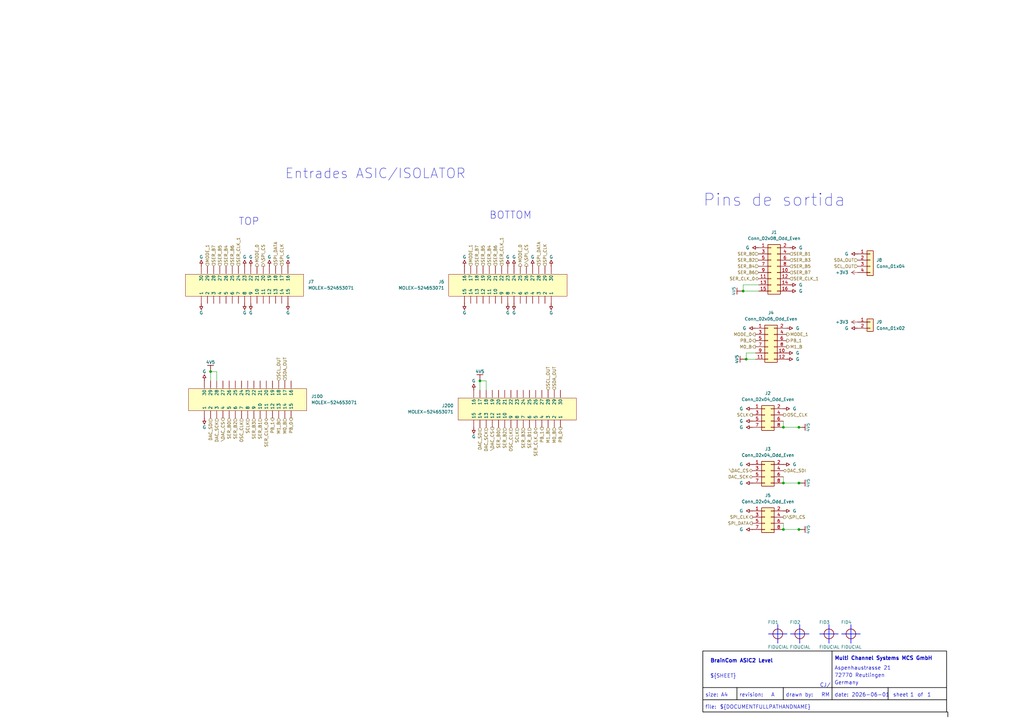
<source format=kicad_sch>
(kicad_sch (version 20230121) (generator eeschema)
  (paper "A3")
  (title_block (title "BrainCom ASIC2 Level") (rev "A"))
  (lib_symbols
    (symbol "Connector_Generic:Conn_01x02" (pin_names (offset 1.016) hide)
      (property "Reference" "J" (at 0 2.54 0))
      (property "Value" "Conn_01x02" (at 0 -5.08 0))
      (symbol "Conn_01x02_1_1"
        (rectangle (start -1.27 -2.413) (end 0 -2.667) (stroke (width 0.1524)))
        (rectangle (start -1.27 0.127) (end 0 -0.127) (stroke (width 0.1524)))
        (rectangle (start -1.27 1.27) (end 1.27 -3.81) (stroke (width 0.254)) (fill (type background)))
        (pin passive line (at -5.08 0 0) (length 3.81) (name "Pin_1") (number "1"))
        (pin passive line (at -5.08 -2.54 0) (length 3.81) (name "Pin_2") (number "2"))
      )
    )
    (symbol "Connector_Generic:Conn_01x04" (pin_names (offset 1.016) hide)
      (property "Reference" "J" (at 0 5.08 0))
      (property "Value" "Conn_01x04" (at 0 -7.62 0))
      (symbol "Conn_01x04_1_1"
        (rectangle (start -1.27 -4.953) (end 0 -5.207) (stroke (width 0.1524)))
        (rectangle (start -1.27 -2.413) (end 0 -2.667) (stroke (width 0.1524)))
        (rectangle (start -1.27 0.127) (end 0 -0.127) (stroke (width 0.1524)))
        (rectangle (start -1.27 2.667) (end 0 2.413) (stroke (width 0.1524)))
        (rectangle (start -1.27 3.81) (end 1.27 -6.35) (stroke (width 0.254)) (fill (type background)))
        (pin passive line (at -5.08 2.54 0) (length 3.81) (name "Pin_1") (number "1"))
        (pin passive line (at -5.08 0 0) (length 3.81) (name "Pin_2") (number "2"))
        (pin passive line (at -5.08 -2.54 0) (length 3.81) (name "Pin_3") (number "3"))
        (pin passive line (at -5.08 -5.08 0) (length 3.81) (name "Pin_4") (number "4"))
      )
    )
    (symbol "Connector_Generic:Conn_02x04_Odd_Even" (pin_names (offset 1.016) hide)
      (property "Reference" "J" (at 1.27 5.08 0))
      (property "Value" "Conn_02x04_Odd_Even" (at 1.27 -7.62 0))
      (symbol "Conn_02x04_Odd_Even_1_1"
        (rectangle (start -1.27 -4.953) (end 0 -5.207) (stroke (width 0.1524)))
        (rectangle (start -1.27 -2.413) (end 0 -2.667) (stroke (width 0.1524)))
        (rectangle (start -1.27 0.127) (end 0 -0.127) (stroke (width 0.1524)))
        (rectangle (start -1.27 2.667) (end 0 2.413) (stroke (width 0.1524)))
        (rectangle (start -1.27 3.81) (end 3.81 -6.35) (stroke (width 0.254)) (fill (type background)))
        (rectangle (start 3.81 -4.953) (end 2.54 -5.207) (stroke (width 0.1524)))
        (rectangle (start 3.81 -2.413) (end 2.54 -2.667) (stroke (width 0.1524)))
        (rectangle (start 3.81 0.127) (end 2.54 -0.127) (stroke (width 0.1524)))
        (rectangle (start 3.81 2.667) (end 2.54 2.413) (stroke (width 0.1524)))
        (pin passive line (at -5.08 2.54 0) (length 3.81) (name "Pin_1") (number "1"))
        (pin passive line (at 7.62 2.54 180) (length 3.81) (name "Pin_2") (number "2"))
        (pin passive line (at -5.08 0 0) (length 3.81) (name "Pin_3") (number "3"))
        (pin passive line (at 7.62 0 180) (length 3.81) (name "Pin_4") (number "4"))
        (pin passive line (at -5.08 -2.54 0) (length 3.81) (name "Pin_5") (number "5"))
        (pin passive line (at 7.62 -2.54 180) (length 3.81) (name "Pin_6") (number "6"))
        (pin passive line (at -5.08 -5.08 0) (length 3.81) (name "Pin_7") (number "7"))
        (pin passive line (at 7.62 -5.08 180) (length 3.81) (name "Pin_8") (number "8"))
      )
    )
    (symbol "Connector_Generic:Conn_02x06_Odd_Even" (pin_names (offset 1.016) hide)
      (property "Reference" "J" (at 1.27 7.62 0))
      (property "Value" "Conn_02x06_Odd_Even" (at 1.27 -10.16 0))
      (symbol "Conn_02x06_Odd_Even_1_1"
        (rectangle (start -1.27 -7.493) (end 0 -7.747) (stroke (width 0.1524)))
        (rectangle (start -1.27 -4.953) (end 0 -5.207) (stroke (width 0.1524)))
        (rectangle (start -1.27 -2.413) (end 0 -2.667) (stroke (width 0.1524)))
        (rectangle (start -1.27 0.127) (end 0 -0.127) (stroke (width 0.1524)))
        (rectangle (start -1.27 2.667) (end 0 2.413) (stroke (width 0.1524)))
        (rectangle (start -1.27 5.207) (end 0 4.953) (stroke (width 0.1524)))
        (rectangle (start -1.27 6.35) (end 3.81 -8.89) (stroke (width 0.254)) (fill (type background)))
        (rectangle (start 3.81 -7.493) (end 2.54 -7.747) (stroke (width 0.1524)))
        (rectangle (start 3.81 -4.953) (end 2.54 -5.207) (stroke (width 0.1524)))
        (rectangle (start 3.81 -2.413) (end 2.54 -2.667) (stroke (width 0.1524)))
        (rectangle (start 3.81 0.127) (end 2.54 -0.127) (stroke (width 0.1524)))
        (rectangle (start 3.81 2.667) (end 2.54 2.413) (stroke (width 0.1524)))
        (rectangle (start 3.81 5.207) (end 2.54 4.953) (stroke (width 0.1524)))
        (pin passive line (at -5.08 5.08 0) (length 3.81) (name "Pin_1") (number "1"))
        (pin passive line (at 7.62 -5.08 180) (length 3.81) (name "Pin_10") (number "10"))
        (pin passive line (at -5.08 -7.62 0) (length 3.81) (name "Pin_11") (number "11"))
        (pin passive line (at 7.62 -7.62 180) (length 3.81) (name "Pin_12") (number "12"))
        (pin passive line (at 7.62 5.08 180) (length 3.81) (name "Pin_2") (number "2"))
        (pin passive line (at -5.08 2.54 0) (length 3.81) (name "Pin_3") (number "3"))
        (pin passive line (at 7.62 2.54 180) (length 3.81) (name "Pin_4") (number "4"))
        (pin passive line (at -5.08 0 0) (length 3.81) (name "Pin_5") (number "5"))
        (pin passive line (at 7.62 0 180) (length 3.81) (name "Pin_6") (number "6"))
        (pin passive line (at -5.08 -2.54 0) (length 3.81) (name "Pin_7") (number "7"))
        (pin passive line (at 7.62 -2.54 180) (length 3.81) (name "Pin_8") (number "8"))
        (pin passive line (at -5.08 -5.08 0) (length 3.81) (name "Pin_9") (number "9"))
      )
    )
    (symbol "Connector_Generic:Conn_02x08_Odd_Even" (pin_names (offset 1.016) hide)
      (property "Reference" "J" (at 1.27 10.16 0))
      (property "Value" "Conn_02x08_Odd_Even" (at 1.27 -12.7 0))
      (symbol "Conn_02x08_Odd_Even_1_1"
        (rectangle (start -1.27 -10.033) (end 0 -10.287) (stroke (width 0.1524)))
        (rectangle (start -1.27 -7.493) (end 0 -7.747) (stroke (width 0.1524)))
        (rectangle (start -1.27 -4.953) (end 0 -5.207) (stroke (width 0.1524)))
        (rectangle (start -1.27 -2.413) (end 0 -2.667) (stroke (width 0.1524)))
        (rectangle (start -1.27 0.127) (end 0 -0.127) (stroke (width 0.1524)))
        (rectangle (start -1.27 2.667) (end 0 2.413) (stroke (width 0.1524)))
        (rectangle (start -1.27 5.207) (end 0 4.953) (stroke (width 0.1524)))
        (rectangle (start -1.27 7.747) (end 0 7.493) (stroke (width 0.1524)))
        (rectangle (start -1.27 8.89) (end 3.81 -11.43) (stroke (width 0.254)) (fill (type background)))
        (rectangle (start 3.81 -10.033) (end 2.54 -10.287) (stroke (width 0.1524)))
        (rectangle (start 3.81 -7.493) (end 2.54 -7.747) (stroke (width 0.1524)))
        (rectangle (start 3.81 -4.953) (end 2.54 -5.207) (stroke (width 0.1524)))
        (rectangle (start 3.81 -2.413) (end 2.54 -2.667) (stroke (width 0.1524)))
        (rectangle (start 3.81 0.127) (end 2.54 -0.127) (stroke (width 0.1524)))
        (rectangle (start 3.81 2.667) (end 2.54 2.413) (stroke (width 0.1524)))
        (rectangle (start 3.81 5.207) (end 2.54 4.953) (stroke (width 0.1524)))
        (rectangle (start 3.81 7.747) (end 2.54 7.493) (stroke (width 0.1524)))
        (pin passive line (at -5.08 7.62 0) (length 3.81) (name "Pin_1") (number "1"))
        (pin passive line (at 7.62 -2.54 180) (length 3.81) (name "Pin_10") (number "10"))
        (pin passive line (at -5.08 -5.08 0) (length 3.81) (name "Pin_11") (number "11"))
        (pin passive line (at 7.62 -5.08 180) (length 3.81) (name "Pin_12") (number "12"))
        (pin passive line (at -5.08 -7.62 0) (length 3.81) (name "Pin_13") (number "13"))
        (pin passive line (at 7.62 -7.62 180) (length 3.81) (name "Pin_14") (number "14"))
        (pin passive line (at -5.08 -10.16 0) (length 3.81) (name "Pin_15") (number "15"))
        (pin passive line (at 7.62 -10.16 180) (length 3.81) (name "Pin_16") (number "16"))
        (pin passive line (at 7.62 7.62 180) (length 3.81) (name "Pin_2") (number "2"))
        (pin passive line (at -5.08 5.08 0) (length 3.81) (name "Pin_3") (number "3"))
        (pin passive line (at 7.62 5.08 180) (length 3.81) (name "Pin_4") (number "4"))
        (pin passive line (at -5.08 2.54 0) (length 3.81) (name "Pin_5") (number "5"))
        (pin passive line (at 7.62 2.54 180) (length 3.81) (name "Pin_6") (number "6"))
        (pin passive line (at -5.08 0 0) (length 3.81) (name "Pin_7") (number "7"))
        (pin passive line (at 7.62 0 180) (length 3.81) (name "Pin_8") (number "8"))
        (pin passive line (at -5.08 -2.54 0) (length 3.81) (name "Pin_9") (number "9"))
      )
    )
    (symbol "FDM_project_Library:Board2Board_MOLEX-5009130302_1_1"
      (property "Reference" "J100" (at -36.83 8.89 0))
      (property "Value" "MOLEX-524653071" (at -36.83 6.35 0))
      (symbol "Board2Board_MOLEX-5009130302_1_1_1_0"
        (rectangle (start -34.999 12) (end 13.5 3) (fill (type background)))
        (pin passive line (at 6.985 0 90) (length 3) (name "1") (number "1"))
        (pin passive line (at -15.875 0 90) (length 3) (name "10") (number "10"))
        (pin passive line (at -18.415 0 90) (length 3) (name "11") (number "11"))
        (pin passive line (at -20.955 0 90) (length 3) (name "12") (number "12"))
        (pin passive line (at -23.495 0 90) (length 3) (name "13") (number "13"))
        (pin passive line (at -26.035 0 90) (length 3) (name "14") (number "14"))
        (pin passive line (at -28.575 0 90) (length 3) (name "15") (number "15"))
        (pin passive line (at -28.575 15.24 270) (length 3) (name "16") (number "16"))
        (pin passive line (at -26.035 15.24 270) (length 3) (name "17") (number "17"))
        (pin passive line (at -23.495 15.24 270) (length 3) (name "18") (number "18"))
        (pin passive line (at -20.955 15.24 270) (length 3) (name "19") (number "19"))
        (pin passive line (at 4.445 0 90) (length 3) (name "2") (number "2"))
        (pin passive line (at -18.415 15.24 270) (length 3) (name "20") (number "20"))
        (pin passive line (at -15.875 15.24 270) (length 3) (name "21") (number "21"))
        (pin passive line (at -13.335 15.24 270) (length 3) (name "22") (number "22"))
        (pin passive line (at -10.795 15.24 270) (length 3) (name "23") (number "23"))
        (pin passive line (at -8.255 15.24 270) (length 3) (name "24") (number "24"))
        (pin passive line (at -5.715 15.24 270) (length 3) (name "25") (number "25"))
        (pin passive line (at -3.175 15.24 270) (length 3) (name "26") (number "26"))
        (pin passive line (at -0.635 15.24 270) (length 3) (name "27") (number "27"))
        (pin passive line (at 1.905 15.24 270) (length 3) (name "28") (number "28"))
        (pin passive line (at 4.445 15.24 270) (length 3) (name "29") (number "29"))
        (pin passive line (at 1.905 0 90) (length 3) (name "3") (number "3"))
        (pin passive line (at 6.985 15.24 270) (length 3) (name "30") (number "30"))
        (pin passive line (at -0.635 0 90) (length 3) (name "4") (number "4"))
        (pin passive line (at -3.175 0 90) (length 3) (name "5") (number "5"))
        (pin passive line (at -5.715 0 90) (length 3) (name "6") (number "6"))
        (pin passive line (at -8.255 0 90) (length 3) (name "7") (number "7"))
        (pin passive line (at -10.795 0 90) (length 3) (name "8") (number "8"))
        (pin passive line (at -13.335 0 90) (length 3) (name "9") (number "9"))
      )
    )
    (symbol "TestLayer_RevB-altium-import:4V5" (power)
      (property "Reference" "#PWR" (at 0 0 0))
      (property "Value" "4V5" (at 0 3.81 0))
      (symbol "4V5_0_0"
        (polyline (pts (xy -1.27 -2.54) (xy 1.27 -2.54)) (stroke (width 0.254)))
        (polyline (pts (xy 0 0) (xy 0 -2.54)) (stroke (width 0.254)))
        (pin power_in line (at 0 0 0) (length 0) hide (name "4V5") (number ""))
      )
    )
    (symbol "TestLayer_RevB-altium-import:G" (power)
      (property "Reference" "#PWR" (at 0 0 0))
      (property "Value" "G" (at 0 3.81 0))
      (symbol "G_0_0"
        (polyline (pts (xy 0 0) (xy 0 -1.27)) (stroke (width 0.254)))
        (polyline (pts (xy -0.635 -1.27) (xy 0.635 -1.27) (xy 0 -2.54) (xy -0.635 -1.27)) (stroke (width 0.254)))
        (pin power_in line (at 0 0 0) (length 0) hide (name "G") (number ""))
      )
    )
    (symbol "TestLayer_RevB-altium-import:root_0_FIDUCIAL"
      (symbol "root_0_FIDUCIAL_1_0"
        (polyline (pts (xy 0 -3.81) (xy 0 3.81)) (stroke (width 0.254) (color 0 0 255 1)))
        (polyline (pts (xy 3.81 0) (xy -3.81 0)) (stroke (width 0.254) (color 0 0 255 1)))
        (circle (center 0 0) (radius 2) (stroke (width 0.254)))
      )
    )
    (symbol "power:+3V3" (power) (pin_names (offset 0))
      (property "Value" "+3V3" (at 0 3.556 0))
      (symbol "+3V3_0_1"
        (polyline (pts (xy -0.762 1.27) (xy 0 2.54)))
        (polyline (pts (xy 0 0) (xy 0 2.54)))
        (polyline (pts (xy 0 2.54) (xy 0.762 1.27)))
      )
      (symbol "+3V3_1_1"
        (pin power_in line (at 0 0 90) (length 0) hide (name "+3V3") (number "1"))
      )
    )
  )
  (junction (at 327.66 198.12))
  (junction (at 196.85 156.21))
  (junction (at 327.66 217.17))
  (junction (at 86.36 152.4))
  (junction (at 321.31 217.17))
  (junction (at 304.8 119.38))
  (junction (at 321.31 175.26))
  (junction (at 306.07 147.32))
  (junction (at 321.31 198.12))
  (junction (at 327.66 175.26))
  (wire (pts (xy 196.85 156.21) (xy 196.85 160.02)))
  (wire (pts (xy 327.66 198.12) (xy 328.93 198.12)))
  (wire (pts (xy 311.15 116.84) (xy 304.8 116.84)))
  (wire (pts (xy 327.66 217.17) (xy 328.93 217.17)))
  (wire (pts (xy 327.66 175.26) (xy 328.93 175.26)))
  (wire (pts (xy 306.07 144.78) (xy 306.07 147.32)))
  (wire (pts (xy 321.31 175.26) (xy 321.31 172.72)))
  (wire (pts (xy 321.31 198.12) (xy 327.66 198.12)))
  (polyline (pts (xy 341.25 267.0022) (xy 341.25 282.0022)) (stroke (width 0.254) (type solid) (color 0 0 0 1)))
  (polyline (pts (xy 341.25 282.0022) (xy 341.25 287.0022)) (stroke (width 0.254) (type solid) (color 0 0 0 1)))
  (wire (pts (xy 88.9 156.21) (xy 88.9 152.4)))
  (wire (pts (xy 86.36 152.4) (xy 86.36 156.21)))
  (wire (pts (xy 321.31 198.12) (xy 321.31 195.58)))
  (wire (pts (xy 304.8 119.38) (xy 311.15 119.38)))
  (wire (pts (xy 321.31 217.17) (xy 321.31 214.63)))
  (wire (pts (xy 88.9 152.4) (xy 86.36 152.4)))
  (wire (pts (xy 309.88 144.78) (xy 306.07 144.78)))
  (wire (pts (xy 321.31 217.17) (xy 327.66 217.17)))
  (wire (pts (xy 199.39 156.21) (xy 196.85 156.21)))
  (wire (pts (xy 199.39 160.02) (xy 199.39 156.21)))
  (polyline (pts (xy 302.25 282.0022) (xy 302.25 287.0022)) (stroke (width 0.254) (type solid) (color 0 0 0 1)))
  (polyline (pts (xy 288.25 287.0022) (xy 388.25 287.0022)) (stroke (width 0.254) (type solid) (color 0 0 0 1)))
  (polyline (pts (xy 321.25 282.0022) (xy 321.25 287.0022)) (stroke (width 0.254) (type solid) (color 0 0 0 1)))
  (wire (pts (xy 304.8 116.84) (xy 304.8 119.38)))
  (polyline (pts (xy 364.25 282.0022) (xy 364.25 287.0022)) (stroke (width 0.254) (type solid) (color 0 0 0 1)))
  (wire (pts (xy 306.07 147.32) (xy 309.88 147.32)))
  (polyline (pts (xy 288.25 282.0022) (xy 388.25 282.0022)) (stroke (width 0.254) (type solid) (color 0 0 0 1)))
  (wire (pts (xy 321.31 175.26) (xy 327.66 175.26)))
  (polyline (pts (xy 388.75 294.0022) (xy 388.75 292.0022) (xy 288.25 292.0022) (xy 288.25 267.0022) (xy 388.25 267.0022) (xy 388.25 292.0022)) (stroke (width 0.254) (type solid) (color 0 0 0 1)))
  (text "Germany" (at 342.25 281.0022 0) (effects (font (size 1.524 1.524)) (justify left bottom)))
  (text "Aspenhaustrasse 21" (at 342.25 275.0022 0) (effects (font (size 1.524 1.524)) (justify left bottom)))
  (text "sheet" (at 366.25 286.0022 0) (effects (font (size 1.524 1.524)) (justify left bottom)))
  (text "${CURRENT_DATE}" (at 349.25 286.0022 0) (effects (font (size 1.524 1.524)) (justify left bottom)))
  (text "revision:" (at 303.25 286.0022 0) (effects (font (size 1.524 1.524)) (justify left bottom)))
  (text "CJ/" (at 336.25 282.0022 0) (effects (font (size 1.524 1.524)) (justify left bottom)))
  (text "Pins de sortida" (at 288.29 85.09 0) (effects (font (size 5 5)) (justify left bottom)))
  (text "72770 Reutlingen" (at 342.25 278.0022 0) (effects (font (size 1.524 1.524)) (justify left bottom)))
  (text "Entrades ASIC/ISOLATOR" (at 116.84 73.66 0) (effects (font (size 4 4)) (justify left bottom)))
  (text "${DOCUMENTFULLPATHANDNAME}" (at 295.25 291.0022 0) (effects (font (size 1.524 1.524)) (justify left bottom)))
  (text "${SHEET}" (at 291.25 278.2522 0) (effects (font (size 1.524 1.524)) (justify left bottom)))
  (text "${TITLE}" (at 291.25 272.0022 0) (effects (font (size 1.524 1.524) bold) (justify left bottom)))
  (text "TOP\n" (at 97.79 92.71 0) (effects (font (size 3 3)) (justify left bottom)))
  (text "BOTTOM" (at 200.66 90.17 0) (effects (font (size 3 3)) (justify left bottom)))
  (text "Multi Channel Systems MCS GmbH" (at 342.25 271.0022 0) (effects (font (size 1.524 1.524) bold) (justify left bottom)))
  (text "file:" (at 289.25 291.0022 0) (effects (font (size 1.524 1.524)) (justify left bottom)))
  (text "${#}" (at 373.25 286.0022 0) (effects (font (size 1.524 1.524)) (justify left bottom)))
  (text "${REVISION}" (at 316.25 286.0022 0) (effects (font (size 1.524 1.524)) (justify left bottom)))
  (text "${##}" (at 380.25 286.0022 0) (effects (font (size 1.524 1.524)) (justify left bottom)))
  (text "of" (at 376.25 286.0022 0) (effects (font (size 1.524 1.524)) (justify left bottom)))
  (text "size: A4" (at 289.25 286.0022 0) (effects (font (size 1.524 1.524)) (justify left bottom)))
  (text "date:" (at 342.25 286.0022 0) (effects (font (size 1.524 1.524)) (justify left bottom)))
  (text "drawn by:   RM" (at 322.25 286.0022 0) (effects (font (size 1.524 1.524)) (justify left bottom)))
  (hierarchical_label "SPI_DATA" (shape input) (at 113.03 109.22 90))
  (hierarchical_label "SPI_CLK" (shape output) (at 308.61 212.09 180))
  (hierarchical_label "SER_B2" (shape input) (at 311.15 106.68 180))
  (hierarchical_label "SER_B3" (shape input) (at 214.63 175.26 270))
  (hierarchical_label "SCL_OUT" (shape input) (at 351.79 109.22 180))
  (hierarchical_label "OSC_CLK" (shape input) (at 99.06 171.45 270))
  (hierarchical_label "DAC_SCK" (shape input) (at 88.9 171.45 270))
  (hierarchical_label "SER_B2" (shape input) (at 96.52 171.45 270))
  (hierarchical_label "SER_B2" (shape input) (at 207.01 175.26 270))
  (hierarchical_label "SER_B5" (shape input) (at 323.85 109.22 0))
  (hierarchical_label "PB_0" (shape output) (at 229.87 175.26 270))
  (hierarchical_label "SER_B5" (shape input) (at 90.17 109.22 90))
  (hierarchical_label "M1_B" (shape input) (at 114.3 171.45 270))
  (hierarchical_label "SCLK" (shape output) (at 308.61 170.18 180))
  (hierarchical_label "SER_CLK_1" (shape input) (at 205.74 109.22 90))
  (hierarchical_label "SER_B0" (shape input) (at 93.98 171.45 270))
  (hierarchical_label "M0_B" (shape input) (at 227.33 175.26 270))
  (hierarchical_label "PB_1" (shape output) (at 222.25 175.26 270))
  (hierarchical_label "SDA_OUT" (shape input) (at 351.79 106.68 180))
  (hierarchical_label "SPI_DATA" (shape output) (at 308.61 214.63 180))
  (hierarchical_label "SER_B7" (shape input) (at 195.58 109.22 90))
  (hierarchical_label "SER_CLK_1" (shape input) (at 97.79 109.22 90))
  (hierarchical_label "SER_B1" (shape input) (at 217.17 175.26 270))
  (hierarchical_label "SER_B7" (shape input) (at 323.85 111.76 0))
  (hierarchical_label "SER_B6" (shape input) (at 203.2 109.22 90))
  (hierarchical_label "SER_B6" (shape input) (at 95.25 109.22 90))
  (hierarchical_label "\\SPI_CS" (shape output) (at 107.95 109.22 90))
  (hierarchical_label "SCLK" (shape input) (at 101.6 171.45 270))
  (hierarchical_label "M0_B" (shape output) (at 309.88 142.24 180))
  (hierarchical_label "\\SPI_CS" (shape output) (at 321.31 212.09 0))
  (hierarchical_label "SER_B4" (shape input) (at 200.66 109.22 90))
  (hierarchical_label "SER_B4" (shape input) (at 311.15 109.22 180))
  (hierarchical_label "M1_B" (shape input) (at 224.79 175.26 270))
  (hierarchical_label "\\DAC_CS" (shape output) (at 91.44 171.45 270))
  (hierarchical_label "M0_B" (shape input) (at 116.84 171.45 270))
  (hierarchical_label "MODE_0" (shape output) (at 105.41 109.22 90))
  (hierarchical_label "SER_B5" (shape input) (at 198.12 109.22 90))
  (hierarchical_label "OSC_CLK" (shape output) (at 321.31 170.18 0))
  (hierarchical_label "SER_B4" (shape input) (at 92.71 109.22 90))
  (hierarchical_label "MODE_0" (shape output) (at 213.36 109.22 90))
  (hierarchical_label "DAC_SDI" (shape input) (at 196.85 175.26 270))
  (hierarchical_label "SER_B6" (shape input) (at 311.15 111.76 180))
  (hierarchical_label "\\SPI_CS" (shape output) (at 215.9 109.22 90))
  (hierarchical_label "SPI_CLK" (shape input) (at 223.52 109.22 90))
  (hierarchical_label "SPI_DATA" (shape input) (at 220.98 109.22 90))
  (hierarchical_label "OSC_CLK" (shape input) (at 209.55 175.26 270))
  (hierarchical_label "MODE_1" (shape input) (at 193.04 109.22 90))
  (hierarchical_label "DAC_SDI" (shape input) (at 86.36 171.45 270))
  (hierarchical_label "PB_1" (shape output) (at 111.76 171.45 270))
  (hierarchical_label "SPI_CLK" (shape input) (at 115.57 109.22 90))
  (hierarchical_label "SCL_OUT" (shape input) (at 224.79 160.02 90))
  (hierarchical_label "MODE_1" (shape input) (at 85.09 109.22 90))
  (hierarchical_label "SER_B7" (shape input) (at 87.63 109.22 90))
  (hierarchical_label "SER_CLK_0" (shape bidirectional) (at 219.71 175.26 270))
  (hierarchical_label "SER_B1" (shape input) (at 106.68 171.45 270))
  (hierarchical_label "SER_B3" (shape input) (at 104.14 171.45 270))
  (hierarchical_label "SCL_OUT" (shape input) (at 114.3 156.21 90))
  (hierarchical_label "PB_0" (shape output) (at 309.88 139.7 180))
  (hierarchical_label "SER_B3" (shape input) (at 323.85 106.68 0))
  (hierarchical_label "SER_CLK_0" (shape bidirectional) (at 311.15 114.3 180))
  (hierarchical_label "SER_B0" (shape input) (at 311.15 104.14 180))
  (hierarchical_label "\\DAC_CS" (shape output) (at 201.93 175.26 270))
  (hierarchical_label "SDA_OUT" (shape input) (at 116.84 156.21 90))
  (hierarchical_label "SDA_OUT" (shape input) (at 227.33 160.02 90))
  (hierarchical_label "\\DAC_CS" (shape bidirectional) (at 308.61 193.04 180))
  (hierarchical_label "PB_0" (shape output) (at 119.38 171.45 270))
  (hierarchical_label "PB_1" (shape output) (at 322.58 139.7 0))
  (hierarchical_label "M1_B" (shape output) (at 322.58 142.24 0))
  (hierarchical_label "DAC_SCK" (shape bidirectional) (at 308.61 195.58 180))
  (hierarchical_label "SER_CLK_0" (shape bidirectional) (at 109.22 171.45 270))
  (hierarchical_label "DAC_SCK" (shape input) (at 199.39 175.26 270))
  (hierarchical_label "MODE_1" (shape output) (at 322.58 137.16 0))
  (hierarchical_label "SCLK" (shape input) (at 212.09 175.26 270))
  (hierarchical_label "SER_B0" (shape input) (at 204.47 175.26 270))
  (hierarchical_label "MODE_0" (shape output) (at 309.88 137.16 180))
  (hierarchical_label "DAC_SDI" (shape bidirectional) (at 321.31 193.04 0))
  (hierarchical_label "SER_CLK_1" (shape input) (at 323.85 114.3 0))
  (hierarchical_label "SER_B1" (shape input) (at 323.85 104.14 0))
  (symbol (lib_id "TestLayer_RevB-altium-import:4V5") (at 327.66 217.17 90) (mirror x) (unit 1)
    (property "Reference" "#PWR040" (effects hide))
    (property "Value" "4V5" (at 331.47 217.17 0))
  )
  (symbol (lib_id "TestLayer_RevB-altium-import:G") (at 118.11 124.46 0) (unit 1)
    (property "Reference" "#PWR0117" (effects hide))
    (property "Value" "G" (at 118.11 128.27 0))
  )
  (symbol (lib_id "TestLayer_RevB-altium-import:G") (at 308.61 190.5 270) (unit 1)
    (property "Reference" "#PWR033" (effects hide))
    (property "Value" "G" (at 304.8 190.5 90) (effects (justify right)))
  )
  (symbol (lib_id "TestLayer_RevB-altium-import:G") (at 83.82 156.21 180) (unit 1)
    (property "Reference" "#PWR012" (effects hide))
    (property "Value" "G" (at 83.82 152.4 0))
  )
  (symbol (lib_id "TestLayer_RevB-altium-import:G") (at 208.28 109.22 180) (unit 1)
    (property "Reference" "#PWR026" (effects hide))
    (property "Value" "G" (at 208.28 105.41 0))
  )
  (symbol (lib_id "TestLayer_RevB-altium-import:G") (at 100.33 109.22 180) (unit 1)
    (property "Reference" "#PWR0119" (effects hide))
    (property "Value" "G" (at 100.33 105.41 0))
  )
  (symbol (lib_id "TestLayer_RevB-altium-import:G") (at 210.82 109.22 180) (unit 1)
    (property "Reference" "#PWR027" (effects hide))
    (property "Value" "G" (at 210.82 105.41 0))
  )
  (symbol (lib_id "TestLayer_RevB-altium-import:G") (at 110.49 109.22 180) (unit 1)
    (property "Reference" "#PWR023" (effects hide))
    (property "Value" "G" (at 110.49 105.41 0))
  )
  (symbol (lib_id "TestLayer_RevB-altium-import:4V5") (at 304.8 119.38 270) (unit 1)
    (property "Reference" "#PWR014" (effects hide))
    (property "Value" "4V5" (at 300.99 119.38 0))
  )
  (symbol (lib_id "TestLayer_RevB-altium-import:G") (at 323.85 116.84 90) (unit 1)
    (property "Reference" "#PWR02" (effects hide))
    (property "Value" "G" (at 327.66 116.84 90) (effects (justify right)))
  )
  (symbol (lib_id "FDM_project_Library:Board2Board_MOLEX-5009130302_1_1") (at 222.885 175.26 0) (unit 1)
    (property "Reference" "J200" (at 186.055 166.37 0) (effects (justify right)))
    (property "Value" "MOLEX-524653071" (at 186.055 168.91 0) (effects (justify right)))
    (property "Footprint" "FDM_footprints:J524653071_Board2Board" (effects hide))
    (property "ITEM NUMBER" "5400067" (effects hide))
    (property "MANUFACTURER" "Molex" (effects hide))
    (property "MPN" "524653071" (effects hide))
  )
  (symbol (lib_id "TestLayer_RevB-altium-import:G") (at 218.44 109.22 180) (unit 1)
    (property "Reference" "#PWR028" (effects hide))
    (property "Value" "G" (at 218.44 105.41 0))
  )
  (symbol (lib_id "TestLayer_RevB-altium-import:G") (at 322.58 147.32 90) (unit 1)
    (property "Reference" "#PWR020" (effects hide))
    (property "Value" "G" (at 326.39 147.32 90) (effects (justify right)))
  )
  (symbol (lib_id "TestLayer_RevB-altium-import:G") (at 118.11 109.22 180) (unit 1)
    (property "Reference" "#PWR0120" (effects hide))
    (property "Value" "G" (at 118.11 105.41 0))
  )
  (symbol (lib_id "TestLayer_RevB-altium-import:G") (at 321.31 209.55 90) (unit 1)
    (property "Reference" "#PWR039" (effects hide))
    (property "Value" "G" (at 325.12 209.55 90) (effects (justify right)))
  )
  (symbol (lib_id "TestLayer_RevB-altium-import:G") (at 351.79 134.62 270) (unit 1)
    (property "Reference" "#PWR042" (effects hide))
    (property "Value" "G" (at 347.98 134.62 90) (effects (justify right)))
  )
  (symbol (lib_id "TestLayer_RevB-altium-import:G") (at 208.28 124.46 0) (unit 1)
    (property "Reference" "#PWR0107" (effects hide))
    (property "Value" "G" (at 208.28 128.27 0))
  )
  (symbol (lib_id "Connector_Generic:Conn_01x02") (at 356.87 132.08 0) (unit 1)
    (property "Reference" "J9" (at 359.41 132.08 0) (effects (justify left)))
    (property "Value" "Conn_01x02" (at 359.41 134.62 0) (effects (justify left)))
    (property "Footprint" "Connector_PinSocket_2.54mm:PinSocket_1x02_P2.54mm_Vertical" (effects hide))
  )
  (symbol (lib_id "Connector_Generic:Conn_02x08_Odd_Even") (at 316.23 109.22 0) (unit 1)
    (property "Reference" "J1" (at 317.5 95.25 0))
    (property "Value" "Conn_02x08_Odd_Even" (at 317.5 97.79 0))
    (property "Footprint" "Connector_PinSocket_2.54mm:PinSocket_2x08_P2.54mm_Vertical" (effects hide))
  )
  (symbol (lib_id "TestLayer_RevB-altium-import:G") (at 323.85 101.6 90) (unit 1)
    (property "Reference" "#PWR07" (effects hide))
    (property "Value" "G" (at 327.66 101.6 90) (effects (justify right)))
  )
  (symbol (lib_id "FDM_project_Library:Board2Board_MOLEX-5009130302_1_1") (at 90.805 171.45 0) (mirror y) (unit 1)
    (property "Reference" "J100" (at 127.635 162.56 0) (effects (justify right)))
    (property "Value" "MOLEX-524653071" (at 127.635 165.1 0) (effects (justify right)))
    (property "Footprint" "FDM_footprints:J524653071_Board2Board" (effects hide))
    (property "ITEM NUMBER" "5400067" (effects hide))
    (property "MANUFACTURER" "Molex" (effects hide))
    (property "MPN" "524653071" (effects hide))
  )
  (symbol (lib_id "Connector_Generic:Conn_02x06_Odd_Even") (at 314.96 139.7 0) (unit 1)
    (property "Reference" "J4" (at 316.23 128.27 0))
    (property "Value" "Conn_02x06_Odd_Even" (at 316.23 130.81 0))
    (property "Footprint" "Connector_PinSocket_2.54mm:PinSocket_2x06_P2.54mm_Vertical" (effects hide))
  )
  (symbol (lib_id "TestLayer_RevB-altium-import:G") (at 308.61 175.26 270) (unit 1)
    (property "Reference" "#PWR09" (effects hide))
    (property "Value" "G" (at 304.8 175.26 90) (effects (justify right)))
  )
  (symbol (lib_id "TestLayer_RevB-altium-import:G") (at 190.5 109.22 180) (unit 1)
    (property "Reference" "#PWR025" (effects hide))
    (property "Value" "G" (at 190.5 105.41 0))
  )
  (symbol (lib_id "TestLayer_RevB-altium-import:G") (at 321.31 190.5 90) (unit 1)
    (property "Reference" "#PWR035" (effects hide))
    (property "Value" "G" (at 325.12 190.5 90) (effects (justify right)))
  )
  (symbol (lib_id "TestLayer_RevB-altium-import:G") (at 190.5 124.46 0) (unit 1)
    (property "Reference" "#PWR0108" (effects hide))
    (property "Value" "G" (at 190.5 128.27 0))
  )
  (symbol (lib_id "TestLayer_RevB-altium-import:G") (at 82.55 124.46 0) (unit 1)
    (property "Reference" "#PWR0114" (effects hide))
    (property "Value" "G" (at 82.55 128.27 0))
  )
  (symbol (lib_id "TestLayer_RevB-altium-import:G") (at 308.61 209.55 270) (unit 1)
    (property "Reference" "#PWR038" (effects hide))
    (property "Value" "G" (at 304.8 209.55 90) (effects (justify right)))
  )
  (symbol (lib_id "TestLayer_RevB-altium-import:4V5") (at 327.66 175.26 90) (mirror x) (unit 1)
    (property "Reference" "#PWR011" (effects hide))
    (property "Value" "4V5" (at 331.47 175.26 0))
  )
  (symbol (lib_id "TestLayer_RevB-altium-import:G") (at 308.61 167.64 270) (unit 1)
    (property "Reference" "#PWR03" (effects hide))
    (property "Value" "G" (at 304.8 167.64 90) (effects (justify right)))
  )
  (symbol (lib_id "FDM_project_Library:Board2Board_MOLEX-5009130302_1_1") (at 219.075 124.46 0) (unit 1)
    (property "Reference" "J6" (at 182.245 115.57 0) (effects (justify right)))
    (property "Value" "MOLEX-524653071" (at 182.245 118.11 0) (effects (justify right)))
    (property "Footprint" "FDM_footprints:J524653071_Board2Board" (effects hide))
    (property "ITEM NUMBER" "5400067" (effects hide))
    (property "MANUFACTURER" "Molex" (effects hide))
    (property "MPN" "524653071" (effects hide))
  )
  (symbol (lib_id "TestLayer_RevB-altium-import:G") (at 194.31 160.02 180) (unit 1)
    (property "Reference" "#PWR017" (effects hide))
    (property "Value" "G" (at 194.31 156.21 0))
  )
  (symbol (lib_id "TestLayer_RevB-altium-import:G") (at 322.58 134.62 90) (unit 1)
    (property "Reference" "#PWR05" (effects hide))
    (property "Value" "G" (at 326.39 134.62 90) (effects (justify right)))
  )
  (symbol (lib_id "TestLayer_RevB-altium-import:4V5") (at 327.66 198.12 90) (mirror x) (unit 1)
    (property "Reference" "#PWR036" (effects hide))
    (property "Value" "4V5" (at 331.47 198.12 0))
  )
  (symbol (lib_id "power:+3V3") (at 351.79 132.08 90) (unit 1)
    (property "Reference" "#PWR041" (effects hide))
    (property "Value" "+3V3" (at 347.98 132.08 90) (effects (justify left)))
  )
  (symbol (lib_id "TestLayer_RevB-altium-import:G") (at 309.88 134.62 270) (unit 1)
    (property "Reference" "#PWR018" (effects hide))
    (property "Value" "G" (at 306.07 134.62 90) (effects (justify right)))
  )
  (symbol (lib_id "TestLayer_RevB-altium-import:G") (at 308.61 198.12 270) (unit 1)
    (property "Reference" "#PWR034" (effects hide))
    (property "Value" "G" (at 304.8 198.12 90) (effects (justify right)))
  )
  (symbol (lib_id "TestLayer_RevB-altium-import:root_0_FIDUCIAL") (at 328 260.0022 0) (unit 1)
    (property "Reference" "FID2" (at 323.936 255.9382 0) (effects (justify left bottom)))
    (property "Value" "FIDUCIAL" (at 323.936 266.0982 0) (effects (justify left bottom)))
    (property "Footprint" "Footprints:MFID0508" (effects hide))
    (property "ITEM NUMBER" "800-" (effects hide))
  )
  (symbol (lib_id "TestLayer_RevB-altium-import:G") (at 226.06 109.22 180) (unit 1)
    (property "Reference" "#PWR029" (effects hide))
    (property "Value" "G" (at 226.06 105.41 0))
  )
  (symbol (lib_id "TestLayer_RevB-altium-import:G") (at 226.06 124.46 0) (unit 1)
    (property "Reference" "#PWR0109" (effects hide))
    (property "Value" "G" (at 226.06 128.27 0))
  )
  (symbol (lib_id "TestLayer_RevB-altium-import:G") (at 102.87 109.22 180) (unit 1)
    (property "Reference" "#PWR024" (effects hide))
    (property "Value" "G" (at 102.87 105.41 0))
  )
  (symbol (lib_id "TestLayer_RevB-altium-import:G") (at 194.31 175.26 0) (unit 1)
    (property "Reference" "#PWR016" (effects hide))
    (property "Value" "G" (at 194.31 179.07 0))
  )
  (symbol (lib_id "TestLayer_RevB-altium-import:G") (at 321.31 167.64 90) (unit 1)
    (property "Reference" "#PWR04" (effects hide))
    (property "Value" "G" (at 325.12 167.64 90) (effects (justify right)))
  )
  (symbol (lib_id "power:+3V3") (at 351.79 111.76 90) (unit 1)
    (property "Reference" "#PWR032" (effects hide))
    (property "Value" "+3V3" (at 347.98 111.76 90) (effects (justify left)))
  )
  (symbol (lib_id "TestLayer_RevB-altium-import:G") (at 322.58 144.78 90) (unit 1)
    (property "Reference" "#PWR019" (effects hide))
    (property "Value" "G" (at 326.39 144.78 90) (effects (justify right)))
  )
  (symbol (lib_id "TestLayer_RevB-altium-import:4V5") (at 86.36 152.4 0) (mirror x) (unit 1)
    (property "Reference" "#PWR013" (effects hide))
    (property "Value" "4V5" (at 86.36 148.59 0))
  )
  (symbol (lib_id "TestLayer_RevB-altium-import:4V5") (at 306.07 147.32 270) (unit 1)
    (property "Reference" "#PWR021" (effects hide))
    (property "Value" "4V5" (at 302.26 147.32 0))
  )
  (symbol (lib_id "TestLayer_RevB-altium-import:G") (at 308.61 217.17 270) (unit 1)
    (property "Reference" "#PWR037" (effects hide))
    (property "Value" "G" (at 304.8 217.17 90) (effects (justify right)))
  )
  (symbol (lib_id "TestLayer_RevB-altium-import:G") (at 323.85 119.38 90) (unit 1)
    (property "Reference" "#PWR08" (effects hide))
    (property "Value" "G" (at 327.66 119.38 90) (effects (justify right)))
  )
  (symbol (lib_id "TestLayer_RevB-altium-import:G") (at 351.79 104.14 270) (unit 1)
    (property "Reference" "#PWR015" (effects hide))
    (property "Value" "G" (at 347.98 104.14 90) (effects (justify right)))
  )
  (symbol (lib_id "Connector_Generic:Conn_02x04_Odd_Even") (at 313.69 170.18 0) (unit 1)
    (property "Reference" "J2" (at 314.96 161.29 0))
    (property "Value" "Conn_02x04_Odd_Even" (at 314.96 163.83 0))
    (property "Footprint" "Connector_PinSocket_2.54mm:PinSocket_2x04_P2.54mm_Vertical" (effects hide))
  )
  (symbol (lib_id "TestLayer_RevB-altium-import:root_0_FIDUCIAL") (at 349 260.0022 0) (unit 1)
    (property "Reference" "FID4" (at 344.936 255.9382 0) (effects (justify left bottom)))
    (property "Value" "FIDUCIAL" (at 344.936 266.0982 0) (effects (justify left bottom)))
    (property "Footprint" "Footprints:MFID0508" (effects hide))
    (property "ITEM NUMBER" "800-" (effects hide))
  )
  (symbol (lib_id "TestLayer_RevB-altium-import:G") (at 210.82 124.46 0) (unit 1)
    (property "Reference" "#PWR031" (effects hide))
    (property "Value" "G" (at 210.82 128.27 0))
  )
  (symbol (lib_id "TestLayer_RevB-altium-import:G") (at 82.55 109.22 180) (unit 1)
    (property "Reference" "#PWR0121" (effects hide))
    (property "Value" "G" (at 82.55 105.41 0))
  )
  (symbol (lib_id "TestLayer_RevB-altium-import:root_0_FIDUCIAL") (at 340 260.0022 0) (unit 1)
    (property "Reference" "FID3" (at 335.936 255.9382 0) (effects (justify left bottom)))
    (property "Value" "FIDUCIAL" (at 335.936 266.0982 0) (effects (justify left bottom)))
    (property "Footprint" "Footprints:MFID0508" (effects hide))
    (property "ITEM NUMBER" "800-" (effects hide))
  )
  (symbol (lib_id "TestLayer_RevB-altium-import:G") (at 83.82 171.45 0) (unit 1)
    (property "Reference" "#PWR06" (effects hide))
    (property "Value" "G" (at 83.82 175.26 0))
  )
  (symbol (lib_id "Connector_Generic:Conn_02x04_Odd_Even") (at 313.69 193.04 0) (unit 1)
    (property "Reference" "J3" (at 314.96 184.15 0))
    (property "Value" "Conn_02x04_Odd_Even" (at 314.96 186.69 0))
    (property "Footprint" "Connector_PinSocket_2.54mm:PinSocket_2x04_P2.54mm_Vertical" (effects hide))
  )
  (symbol (lib_id "TestLayer_RevB-altium-import:G") (at 308.61 172.72 270) (unit 1)
    (property "Reference" "#PWR010" (effects hide))
    (property "Value" "G" (at 304.8 172.72 90) (effects (justify right)))
  )
  (symbol (lib_id "TestLayer_RevB-altium-import:G") (at 311.15 101.6 270) (unit 1)
    (property "Reference" "#PWR01" (effects hide))
    (property "Value" "G" (at 307.34 101.6 90) (effects (justify right)))
  )
  (symbol (lib_id "TestLayer_RevB-altium-import:root_0_FIDUCIAL") (at 319 260.0022 0) (unit 1)
    (property "Reference" "FID1" (at 314.936 255.9382 0) (effects (justify left bottom)))
    (property "Value" "FIDUCIAL" (at 314.936 266.0982 0) (effects (justify left bottom)))
    (property "Footprint" "Footprints:MFID0508" (effects hide))
    (property "ITEM NUMBER" "800-" (effects hide))
  )
  (symbol (lib_id "Connector_Generic:Conn_02x04_Odd_Even") (at 313.69 212.09 0) (unit 1)
    (property "Reference" "J5" (at 314.96 203.2 0))
    (property "Value" "Conn_02x04_Odd_Even" (at 314.96 205.74 0))
    (property "Footprint" "Connector_PinSocket_2.54mm:PinSocket_2x04_P2.54mm_Vertical" (effects hide))
  )
  (symbol (lib_id "FDM_project_Library:Board2Board_MOLEX-5009130302_1_1") (at 89.535 124.46 0) (mirror y) (unit 1)
    (property "Reference" "J7" (at 126.365 115.57 0) (effects (justify right)))
    (property "Value" "MOLEX-524653071" (at 126.365 118.11 0) (effects (justify right)))
    (property "Footprint" "FDM_footprints:J524653071_Board2Board" (effects hide))
    (property "ITEM NUMBER" "5400067" (effects hide))
    (property "MANUFACTURER" "Molex" (effects hide))
    (property "MPN" "524653071" (effects hide))
  )
  (symbol (lib_id "TestLayer_RevB-altium-import:G") (at 100.33 124.46 0) (unit 1)
    (property "Reference" "#PWR0115" (effects hide))
    (property "Value" "G" (at 100.33 128.27 0))
  )
  (symbol (lib_id "Connector_Generic:Conn_01x04") (at 356.87 106.68 0) (unit 1)
    (property "Reference" "J8" (at 359.41 106.68 0) (effects (justify left)))
    (property "Value" "Conn_01x04" (at 359.41 109.22 0) (effects (justify left)))
    (property "Footprint" "Connector_PinSocket_2.54mm:PinSocket_1x04_P2.54mm_Vertical" (effects hide))
  )
  (symbol (lib_id "TestLayer_RevB-altium-import:4V5") (at 196.85 156.21 0) (mirror x) (unit 1)
    (property "Reference" "#PWR022" (effects hide))
    (property "Value" "4V5" (at 196.85 152.4 0))
  )
  (symbol (lib_id "TestLayer_RevB-altium-import:G") (at 102.87 124.46 0) (unit 1)
    (property "Reference" "#PWR030" (effects hide))
    (property "Value" "G" (at 102.87 128.27 0))
  )
)
</source>
